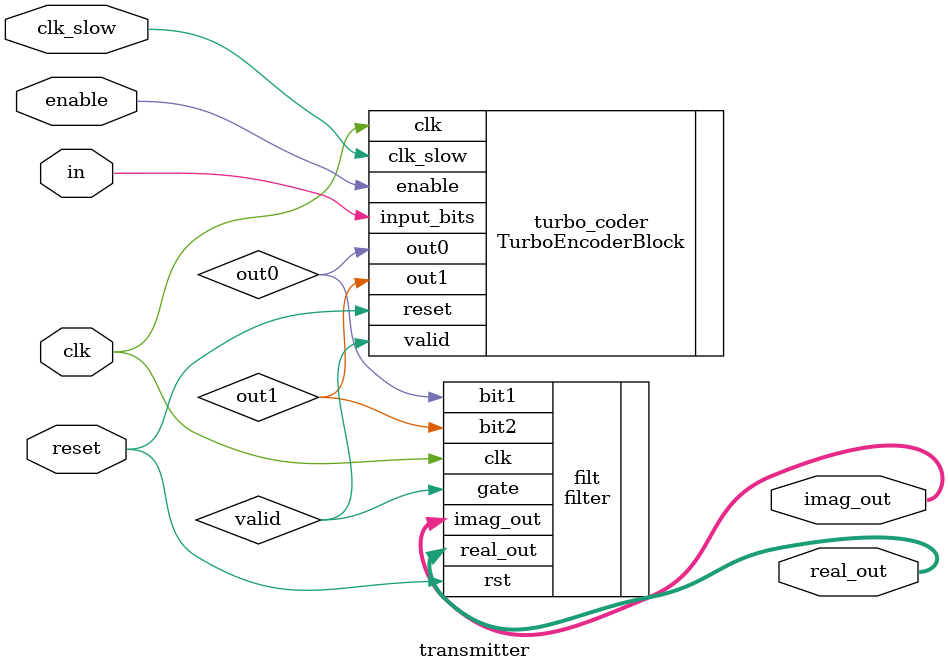
<source format=v>
`include "filter.v"
`include "TurboEncoderBlock.v"

module transmitter (clk, clk_slow, in, real_out, imag_out, reset, enable);

   input  clk, clk_slow, in, reset, enable;

   output signed [15:0] real_out;
   output signed [15:0] imag_out;

   wire   clk, clk_slow, in, reset, enable;
   reg   out0, out1, valid;


   wire signed [15:0] real_out;
   wire signed [15:0] imag_out;

   TurboEncoderBlock turbo_coder(.clk(clk), .clk_slow(clk_slow),
                                 .input_bits(in), .reset(reset),
                                 .enable(enable), .out0(out0),
                                 .out1(out1), .valid(valid));


   filter filt(.clk(clk), .rst(reset), .gate(valid), .bit1(out0), .bit2(out1), .real_out(real_out), .imag_out(imag_out));

endmodule

</source>
